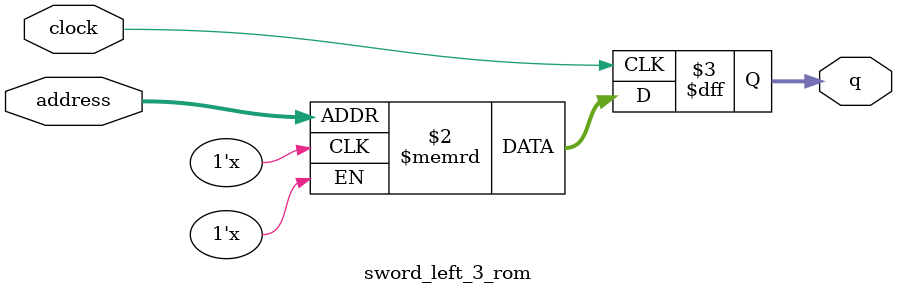
<source format=sv>
module sword_left_3_rom (
	input logic clock,
	input logic [9:0] address,
	output logic [2:0] q
);

logic [2:0] memory [0:1023] /* synthesis ram_init_file = "./sword_left_3/sword_left_3.mif" */;

always_ff @ (posedge clock) begin
	q <= memory[address];
end

endmodule

</source>
